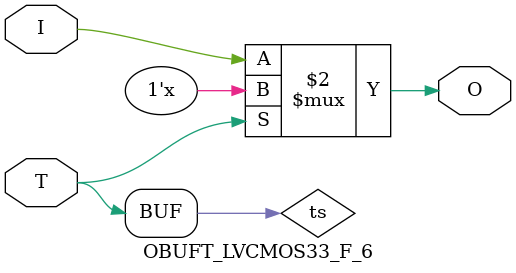
<source format=v>

/*

FUNCTION	: TRI-STATE OUTPUT BUFFER

*/

`celldefine
`timescale  100 ps / 10 ps

module OBUFT_LVCMOS33_F_6 (O, I, T);

    output O;

    input  I, T;

    or O1 (ts, 1'b0, T);
    bufif0 T1 (O, I, ts);

endmodule

</source>
